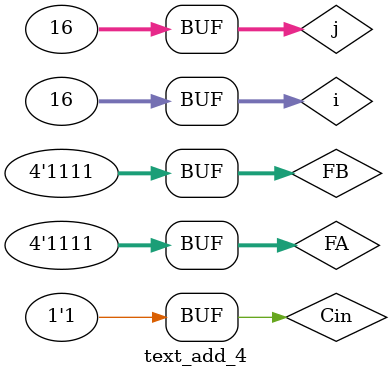
<source format=v>
`timescale 1ns / 1ps


module text_add_4;

	// Inputs
	reg [3:0] FA;
	reg [3:0] FB;
	reg Cin;

	// Outputs
	wire [3:0] Sum;
	wire Cout;

	// Instantiate the Unit Under Test (UUT)
	adder_4bit uut (
		.FA(FA), 
		.FB(FB), 
		.Cin(Cin), 
		.Sum(Sum), 
		.Cout(Cout)
	);
	
	integer i,j;
	initial begin
		// Initialize Inputs
		Cin = 1'b1;
		for(i=0; i<16; i=i+1)
			begin
			for(j=0;j<16;j=j+1)
				begin
				FA=i;
				FB=j;
				#50;
				end
			end
	end     
endmodule

</source>
